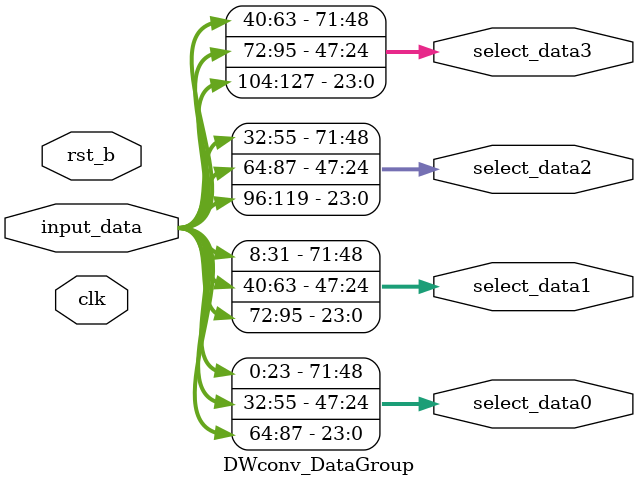
<source format=v>
module DWconv_DataGroup (
    input [0:16*8-1] input_data,
    input rst_b,
    input clk,
    output wire [0:9*8-1] select_data0,
    output wire [0:9*8-1] select_data1,
    output wire [0:9*8-1] select_data2,
    output wire [0:9*8-1] select_data3
);
    // 0  1  2  3
    // 4  5  6  7
    // 8  9  10 11
    // 12 13 14 15

    // [0:9*8-1] select_data0 
    assign select_data0[0*8:(0+3)*8-1] = input_data[0*8:(0+3)*8-1];
    assign select_data0[3*8:(3+3)*8-1] = input_data[4*8:(4+3)*8-1];
    assign select_data0[6*8:(6+3)*8-1] = input_data[8*8:(8+3)*8-1];
    // [0:9*8-1] select_data1
    assign select_data1[0*8:(0+3)*8-1] = input_data[1*8:(1+3)*8-1];
    assign select_data1[3*8:(3+3)*8-1] = input_data[5*8:(5+3)*8-1];
    assign select_data1[6*8:(6+3)*8-1] = input_data[9*8:(9+3)*8-1];
    // [0:9*8-1] select_data2
    assign select_data2[0*8:(0+3)*8-1] = input_data[4*8:(4+3)*8-1];
    assign select_data2[3*8:(3+3)*8-1] = input_data[8*8:(8+3)*8-1];
    assign select_data2[6*8:(6+3)*8-1] = input_data[12*8:(12+3)*8-1];
    // [0:9*8-1] select_data3
    assign select_data3[0*8:(0+3)*8-1] = input_data[5*8:(5+3)*8-1];
    assign select_data3[3*8:(3+3)*8-1] = input_data[9*8:(9+3)*8-1];
    assign select_data3[6*8:(6+3)*8-1] = input_data[13*8:(13+3)*8-1];

endmodule

</source>
